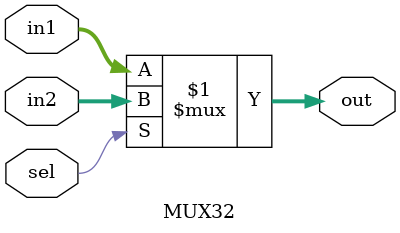
<source format=sv>
`timescale 1 us/ 1 us
module MUX32(input [31:0]in1,in2,input sel,output [31:0]out);
    assign out=sel?in2:in1;
endmodule



</source>
